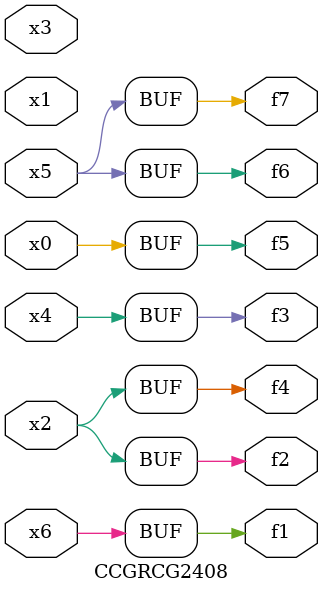
<source format=v>
module CCGRCG2408(
	input x0, x1, x2, x3, x4, x5, x6,
	output f1, f2, f3, f4, f5, f6, f7
);
	assign f1 = x6;
	assign f2 = x2;
	assign f3 = x4;
	assign f4 = x2;
	assign f5 = x0;
	assign f6 = x5;
	assign f7 = x5;
endmodule

</source>
